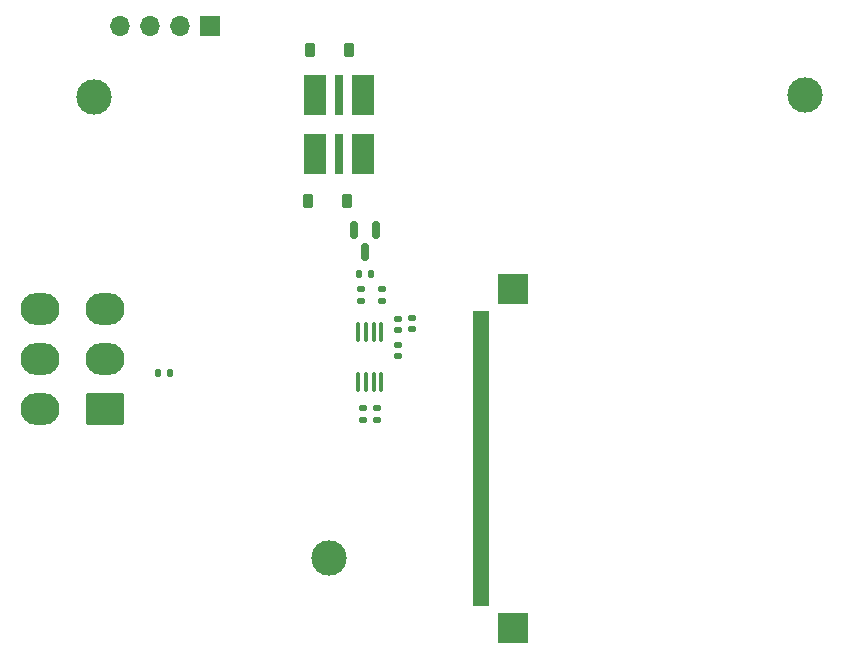
<source format=gbr>
G04 #@! TF.GenerationSoftware,KiCad,Pcbnew,7.0.10*
G04 #@! TF.CreationDate,2024-01-20T23:09:10+03:00*
G04 #@! TF.ProjectId,Eco_display,45636f5f-6469-4737-906c-61792e6b6963,rev?*
G04 #@! TF.SameCoordinates,Original*
G04 #@! TF.FileFunction,Soldermask,Bot*
G04 #@! TF.FilePolarity,Negative*
%FSLAX46Y46*%
G04 Gerber Fmt 4.6, Leading zero omitted, Abs format (unit mm)*
G04 Created by KiCad (PCBNEW 7.0.10) date 2024-01-20 23:09:10*
%MOMM*%
%LPD*%
G01*
G04 APERTURE LIST*
G04 Aperture macros list*
%AMRoundRect*
0 Rectangle with rounded corners*
0 $1 Rounding radius*
0 $2 $3 $4 $5 $6 $7 $8 $9 X,Y pos of 4 corners*
0 Add a 4 corners polygon primitive as box body*
4,1,4,$2,$3,$4,$5,$6,$7,$8,$9,$2,$3,0*
0 Add four circle primitives for the rounded corners*
1,1,$1+$1,$2,$3*
1,1,$1+$1,$4,$5*
1,1,$1+$1,$6,$7*
1,1,$1+$1,$8,$9*
0 Add four rect primitives between the rounded corners*
20,1,$1+$1,$2,$3,$4,$5,0*
20,1,$1+$1,$4,$5,$6,$7,0*
20,1,$1+$1,$6,$7,$8,$9,0*
20,1,$1+$1,$8,$9,$2,$3,0*%
G04 Aperture macros list end*
%ADD10R,1.700000X1.700000*%
%ADD11O,1.700000X1.700000*%
%ADD12R,1.950000X3.500000*%
%ADD13R,0.800000X3.400000*%
%ADD14RoundRect,0.135000X0.185000X-0.135000X0.185000X0.135000X-0.185000X0.135000X-0.185000X-0.135000X0*%
%ADD15RoundRect,0.250001X1.399999X-1.099999X1.399999X1.099999X-1.399999X1.099999X-1.399999X-1.099999X0*%
%ADD16O,3.300000X2.700000*%
%ADD17RoundRect,0.150000X-0.150000X0.587500X-0.150000X-0.587500X0.150000X-0.587500X0.150000X0.587500X0*%
%ADD18RoundRect,0.140000X-0.170000X0.140000X-0.170000X-0.140000X0.170000X-0.140000X0.170000X0.140000X0*%
%ADD19RoundRect,0.100000X0.100000X-0.712500X0.100000X0.712500X-0.100000X0.712500X-0.100000X-0.712500X0*%
%ADD20RoundRect,0.135000X-0.185000X0.135000X-0.185000X-0.135000X0.185000X-0.135000X0.185000X0.135000X0*%
%ADD21RoundRect,0.101600X-0.600000X0.150000X-0.600000X-0.150000X0.600000X-0.150000X0.600000X0.150000X0*%
%ADD22RoundRect,0.101600X-1.193800X1.193800X-1.193800X-1.193800X1.193800X-1.193800X1.193800X1.193800X0*%
%ADD23RoundRect,0.135000X0.135000X0.185000X-0.135000X0.185000X-0.135000X-0.185000X0.135000X-0.185000X0*%
%ADD24RoundRect,0.225000X0.225000X0.375000X-0.225000X0.375000X-0.225000X-0.375000X0.225000X-0.375000X0*%
%ADD25RoundRect,0.140000X0.170000X-0.140000X0.170000X0.140000X-0.170000X0.140000X-0.170000X-0.140000X0*%
%ADD26C,3.000000*%
G04 APERTURE END LIST*
D10*
X138390000Y-60025000D03*
D11*
X135850000Y-60025000D03*
X133310000Y-60025000D03*
X130770000Y-60025000D03*
D12*
X151325000Y-70860000D03*
X147275000Y-70860000D03*
D13*
X149300000Y-70860000D03*
D14*
X152500000Y-93410000D03*
X152500000Y-92390000D03*
D15*
X129425000Y-92425000D03*
D16*
X129425000Y-88225000D03*
X129425000Y-84025000D03*
X123925000Y-92425000D03*
X123925000Y-88225000D03*
X123925000Y-84025000D03*
D17*
X150550000Y-77322500D03*
X152450000Y-77322500D03*
X151500000Y-79197500D03*
D18*
X154300000Y-87050000D03*
X154300000Y-88010000D03*
D19*
X152875000Y-90172500D03*
X152225000Y-90172500D03*
X151575000Y-90172500D03*
X150925000Y-90172500D03*
X150925000Y-85947500D03*
X151575000Y-85947500D03*
X152225000Y-85947500D03*
X152875000Y-85947500D03*
D20*
X151300000Y-92390000D03*
X151300000Y-93410000D03*
D21*
X161300000Y-84400004D03*
X161300000Y-84900004D03*
X161300000Y-85400004D03*
X161300000Y-85900004D03*
X161300000Y-86400004D03*
X161300000Y-86900004D03*
X161300000Y-87400007D03*
X161300000Y-87900004D03*
X161300000Y-88400004D03*
X161300000Y-88900004D03*
X161300000Y-89400004D03*
X161300000Y-89900007D03*
X161300000Y-90400004D03*
X161300000Y-90900004D03*
X161300000Y-91400004D03*
X161300000Y-91900004D03*
X161300000Y-92400007D03*
X161300000Y-92900004D03*
X161300000Y-93400004D03*
X161300000Y-93900004D03*
X161300000Y-94400004D03*
X161300000Y-94900007D03*
X161300000Y-95400004D03*
X161300000Y-95900004D03*
X161300000Y-96400004D03*
X161300000Y-96900004D03*
X161300000Y-97400004D03*
X161300000Y-97900004D03*
X161300000Y-98400004D03*
X161300000Y-98900004D03*
X161300000Y-99400004D03*
X161300000Y-99900004D03*
X161300000Y-100400004D03*
X161300000Y-100900004D03*
X161300000Y-101400004D03*
X161300000Y-101900004D03*
X161300000Y-102400004D03*
X161300000Y-102900004D03*
X161300000Y-103400004D03*
X161300000Y-103900007D03*
X161300000Y-104400004D03*
X161300000Y-104900004D03*
X161300000Y-105400004D03*
X161300000Y-105900004D03*
X161300000Y-106400007D03*
X161300000Y-106900004D03*
X161300000Y-107400004D03*
X161300000Y-107900004D03*
X161300000Y-108400004D03*
X161300000Y-108900007D03*
D22*
X164000000Y-82300008D03*
X164000000Y-111000000D03*
D23*
X152010000Y-81010000D03*
X150990000Y-81010000D03*
D24*
X149950000Y-74860000D03*
X146650000Y-74860000D03*
D25*
X155500000Y-85690000D03*
X155500000Y-84730000D03*
D23*
X134950000Y-89400000D03*
X133930000Y-89400000D03*
D12*
X151325000Y-65860000D03*
X147275000Y-65860000D03*
D13*
X149300000Y-65860000D03*
D14*
X152900000Y-83320000D03*
X152900000Y-82300000D03*
D26*
X128500000Y-66000000D03*
X188700000Y-65900000D03*
D25*
X154300000Y-85770000D03*
X154300000Y-84810000D03*
D26*
X148400000Y-105100000D03*
D24*
X150150000Y-62060000D03*
X146850000Y-62060000D03*
D14*
X151100000Y-83320000D03*
X151100000Y-82300000D03*
M02*

</source>
